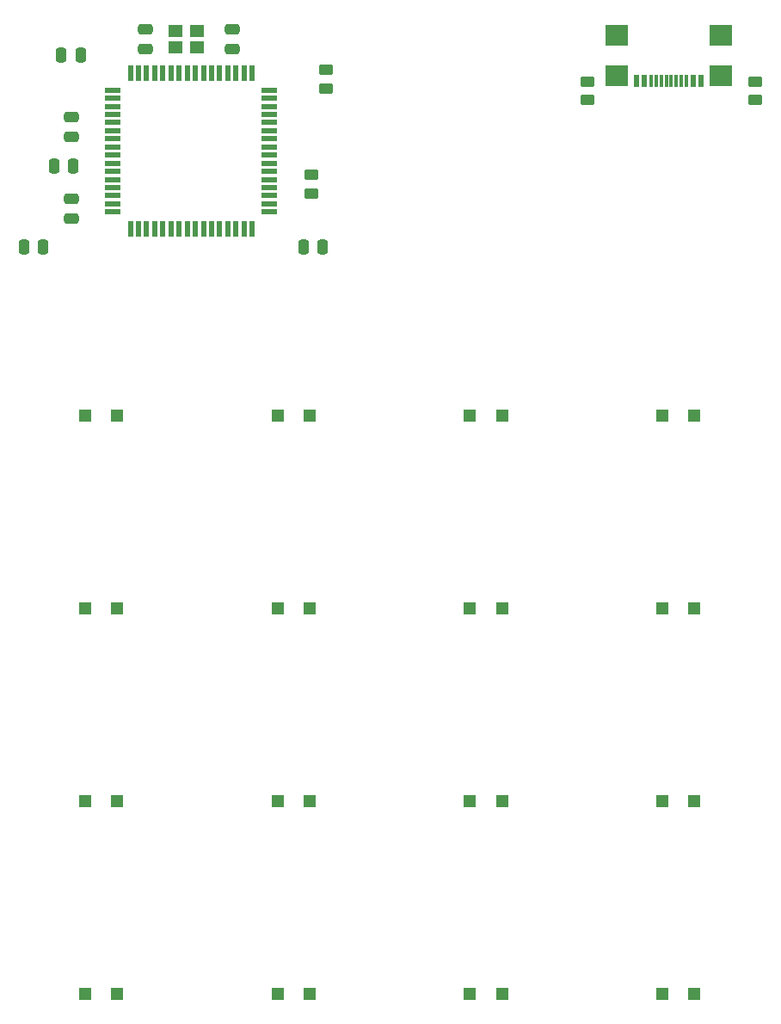
<source format=gbp>
%TF.GenerationSoftware,KiCad,Pcbnew,5.99.0-unknown-48521774cd~131~ubuntu20.04.1*%
%TF.CreationDate,2021-08-15T22:43:00-07:00*%
%TF.ProjectId,keyboard MKI,6b657962-6f61-4726-9420-4d4b492e6b69,rev?*%
%TF.SameCoordinates,Original*%
%TF.FileFunction,Paste,Bot*%
%TF.FilePolarity,Positive*%
%FSLAX46Y46*%
G04 Gerber Fmt 4.6, Leading zero omitted, Abs format (unit mm)*
G04 Created by KiCad (PCBNEW 5.99.0-unknown-48521774cd~131~ubuntu20.04.1) date 2021-08-15 22:43:00*
%MOMM*%
%LPD*%
G01*
G04 APERTURE LIST*
G04 Aperture macros list*
%AMRoundRect*
0 Rectangle with rounded corners*
0 $1 Rounding radius*
0 $2 $3 $4 $5 $6 $7 $8 $9 X,Y pos of 4 corners*
0 Add a 4 corners polygon primitive as box body*
4,1,4,$2,$3,$4,$5,$6,$7,$8,$9,$2,$3,0*
0 Add four circle primitives for the rounded corners*
1,1,$1+$1,$2,$3*
1,1,$1+$1,$4,$5*
1,1,$1+$1,$6,$7*
1,1,$1+$1,$8,$9*
0 Add four rect primitives between the rounded corners*
20,1,$1+$1,$2,$3,$4,$5,0*
20,1,$1+$1,$4,$5,$6,$7,0*
20,1,$1+$1,$6,$7,$8,$9,0*
20,1,$1+$1,$8,$9,$2,$3,0*%
G04 Aperture macros list end*
%ADD10R,1.400000X1.200000*%
%ADD11R,0.550000X1.500000*%
%ADD12R,1.500000X0.550000*%
%ADD13RoundRect,0.250000X0.450000X-0.262500X0.450000X0.262500X-0.450000X0.262500X-0.450000X-0.262500X0*%
%ADD14R,0.600000X1.150000*%
%ADD15R,0.300000X1.150000*%
%ADD16R,2.180000X2.000000*%
%ADD17R,1.200000X1.200000*%
%ADD18RoundRect,0.250000X-0.250000X-0.475000X0.250000X-0.475000X0.250000X0.475000X-0.250000X0.475000X0*%
%ADD19RoundRect,0.250000X-0.475000X0.250000X-0.475000X-0.250000X0.475000X-0.250000X0.475000X0.250000X0*%
%ADD20RoundRect,0.250000X0.250000X0.475000X-0.250000X0.475000X-0.250000X-0.475000X0.250000X-0.475000X0*%
%ADD21RoundRect,0.250000X0.475000X-0.250000X0.475000X0.250000X-0.475000X0.250000X-0.475000X-0.250000X0*%
G04 APERTURE END LIST*
D10*
%TO.C,X1*%
X85600000Y-41300000D03*
X83400000Y-41300000D03*
X83400000Y-39700000D03*
X85600000Y-39700000D03*
%TD*%
D11*
%TO.C,U1*%
X79000000Y-59200000D03*
X79800000Y-59200000D03*
X80600000Y-59200000D03*
X81400000Y-59200000D03*
X82200000Y-59200000D03*
X83000000Y-59200000D03*
X83800000Y-59200000D03*
X84600000Y-59200000D03*
X85400000Y-59200000D03*
X86200000Y-59200000D03*
X87000000Y-59200000D03*
X87800000Y-59200000D03*
X88600000Y-59200000D03*
X89400000Y-59200000D03*
X90200000Y-59200000D03*
X91000000Y-59200000D03*
D12*
X92700000Y-57500000D03*
X92700000Y-56700000D03*
X92700000Y-55900000D03*
X92700000Y-55100000D03*
X92700000Y-54300000D03*
X92700000Y-53500000D03*
X92700000Y-52700000D03*
X92700000Y-51900000D03*
X92700000Y-51100000D03*
X92700000Y-50300000D03*
X92700000Y-49500000D03*
X92700000Y-48700000D03*
X92700000Y-47900000D03*
X92700000Y-47100000D03*
X92700000Y-46300000D03*
X92700000Y-45500000D03*
D11*
X91000000Y-43800000D03*
X90200000Y-43800000D03*
X89400000Y-43800000D03*
X88600000Y-43800000D03*
X87800000Y-43800000D03*
X87000000Y-43800000D03*
X86200000Y-43800000D03*
X85400000Y-43800000D03*
X84600000Y-43800000D03*
X83800000Y-43800000D03*
X83000000Y-43800000D03*
X82200000Y-43800000D03*
X81400000Y-43800000D03*
X80600000Y-43800000D03*
X79800000Y-43800000D03*
X79000000Y-43800000D03*
D12*
X77300000Y-45500000D03*
X77300000Y-46300000D03*
X77300000Y-47100000D03*
X77300000Y-47900000D03*
X77300000Y-48700000D03*
X77300000Y-49500000D03*
X77300000Y-50300000D03*
X77300000Y-51100000D03*
X77300000Y-51900000D03*
X77300000Y-52700000D03*
X77300000Y-53500000D03*
X77300000Y-54300000D03*
X77300000Y-55100000D03*
X77300000Y-55900000D03*
X77300000Y-56700000D03*
X77300000Y-57500000D03*
%TD*%
D13*
%TO.C,R4*%
X96842750Y-53868550D03*
X96842750Y-55693550D03*
%TD*%
%TO.C,R3*%
X140500000Y-44650000D03*
X140500000Y-46475000D03*
%TD*%
%TO.C,R2*%
X124000000Y-46475000D03*
X124000000Y-44650000D03*
%TD*%
%TO.C,R1*%
X98250000Y-45325000D03*
X98250000Y-43500000D03*
%TD*%
D14*
%TO.C,J1*%
X128800000Y-44637500D03*
X129600000Y-44637500D03*
X134400000Y-44637500D03*
X135200000Y-44637500D03*
D15*
X130250000Y-44637500D03*
X133750000Y-44637500D03*
X130750000Y-44637500D03*
X133250000Y-44637500D03*
X131250000Y-44637500D03*
X132750000Y-44637500D03*
X131750000Y-44637500D03*
X132250000Y-44637500D03*
D16*
X126890000Y-44062500D03*
X137110000Y-44062500D03*
X126890000Y-40132500D03*
X137110000Y-40132500D03*
%TD*%
D17*
%TO.C,D16*%
X131373400Y-134396800D03*
X134523400Y-134396800D03*
%TD*%
%TO.C,D15*%
X112425000Y-134396800D03*
X115575000Y-134396800D03*
%TD*%
%TO.C,D14*%
X96626600Y-134396800D03*
X93476600Y-134396800D03*
%TD*%
%TO.C,D13*%
X74528200Y-134396800D03*
X77678200Y-134396800D03*
%TD*%
%TO.C,D12*%
X131373400Y-115448400D03*
X134523400Y-115448400D03*
%TD*%
%TO.C,D11*%
X112425000Y-115448400D03*
X115575000Y-115448400D03*
%TD*%
%TO.C,D10*%
X93476600Y-115448400D03*
X96626600Y-115448400D03*
%TD*%
%TO.C,D9*%
X77678200Y-115448400D03*
X74528200Y-115448400D03*
%TD*%
%TO.C,D8*%
X134523400Y-96500000D03*
X131373400Y-96500000D03*
%TD*%
%TO.C,D7*%
X112425000Y-96500000D03*
X115575000Y-96500000D03*
%TD*%
%TO.C,D6*%
X93476600Y-96500000D03*
X96626600Y-96500000D03*
%TD*%
%TO.C,D5*%
X74528200Y-96500000D03*
X77678200Y-96500000D03*
%TD*%
%TO.C,D4*%
X131373400Y-77551600D03*
X134523400Y-77551600D03*
%TD*%
%TO.C,D3*%
X112425000Y-77551600D03*
X115575000Y-77551600D03*
%TD*%
%TO.C,D2*%
X96626600Y-77551600D03*
X93476600Y-77551600D03*
%TD*%
%TO.C,D1*%
X74528200Y-77551600D03*
X77678200Y-77551600D03*
%TD*%
D18*
%TO.C,C8*%
X73379950Y-52950850D03*
X71479950Y-52950850D03*
%TD*%
D19*
%TO.C,C7*%
X73157250Y-58137100D03*
X73157250Y-56237100D03*
%TD*%
D20*
%TO.C,C6*%
X68500000Y-60912500D03*
X70400000Y-60912500D03*
%TD*%
D18*
%TO.C,C5*%
X97950000Y-60912500D03*
X96050000Y-60912500D03*
%TD*%
D21*
%TO.C,C4*%
X73157250Y-50081450D03*
X73157250Y-48181450D03*
%TD*%
D20*
%TO.C,C3*%
X72207250Y-42025800D03*
X74107250Y-42025800D03*
%TD*%
D21*
%TO.C,C2*%
X80500000Y-41450000D03*
X80500000Y-39550000D03*
%TD*%
%TO.C,C1*%
X89000000Y-39550000D03*
X89000000Y-41450000D03*
%TD*%
M02*

</source>
